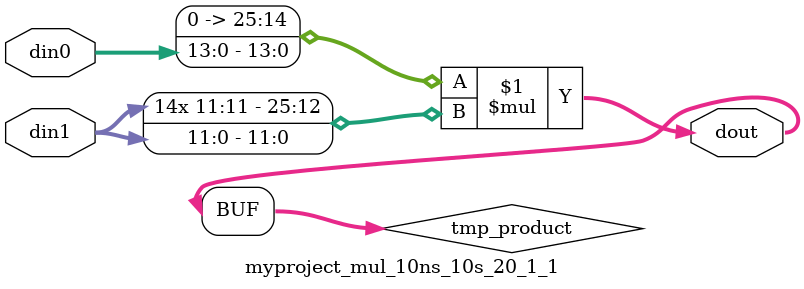
<source format=v>

`timescale 1 ns / 1 ps

  module myproject_mul_10ns_10s_20_1_1(din0, din1, dout);
parameter ID = 1;
parameter NUM_STAGE = 0;
parameter din0_WIDTH = 14;
parameter din1_WIDTH = 12;
parameter dout_WIDTH = 26;

input [din0_WIDTH - 1 : 0] din0; 
input [din1_WIDTH - 1 : 0] din1; 
output [dout_WIDTH - 1 : 0] dout;

wire signed [dout_WIDTH - 1 : 0] tmp_product;











assign tmp_product = $signed({1'b0, din0}) * $signed(din1);










assign dout = tmp_product;







endmodule

</source>
